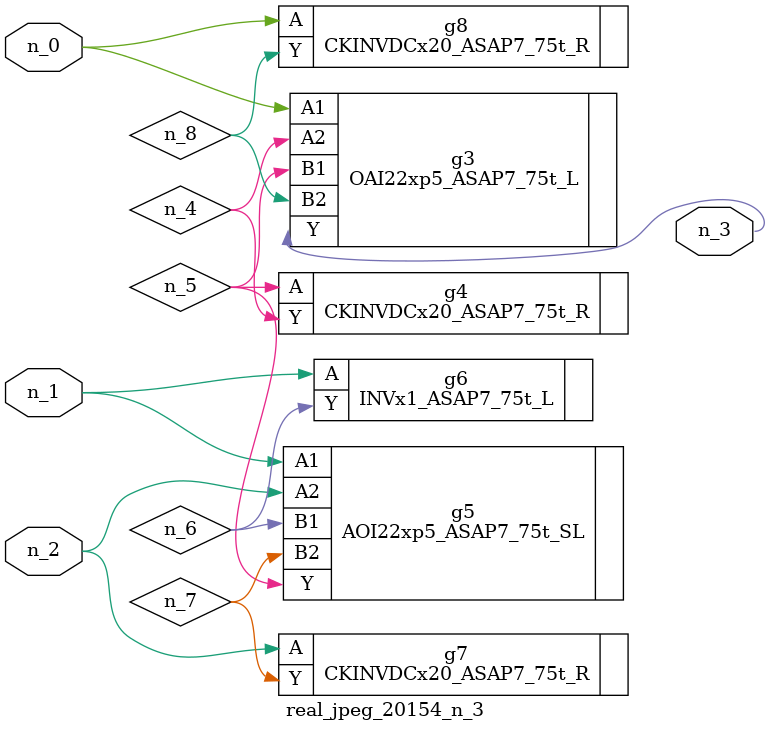
<source format=v>
module real_jpeg_20154_n_3 (n_1, n_0, n_2, n_3);

input n_1;
input n_0;
input n_2;

output n_3;

wire n_5;
wire n_8;
wire n_4;
wire n_6;
wire n_7;

OAI22xp5_ASAP7_75t_L g3 ( 
.A1(n_0),
.A2(n_4),
.B1(n_5),
.B2(n_8),
.Y(n_3)
);

CKINVDCx20_ASAP7_75t_R g8 ( 
.A(n_0),
.Y(n_8)
);

AOI22xp5_ASAP7_75t_SL g5 ( 
.A1(n_1),
.A2(n_2),
.B1(n_6),
.B2(n_7),
.Y(n_5)
);

INVx1_ASAP7_75t_L g6 ( 
.A(n_1),
.Y(n_6)
);

CKINVDCx20_ASAP7_75t_R g7 ( 
.A(n_2),
.Y(n_7)
);

CKINVDCx20_ASAP7_75t_R g4 ( 
.A(n_5),
.Y(n_4)
);


endmodule
</source>
